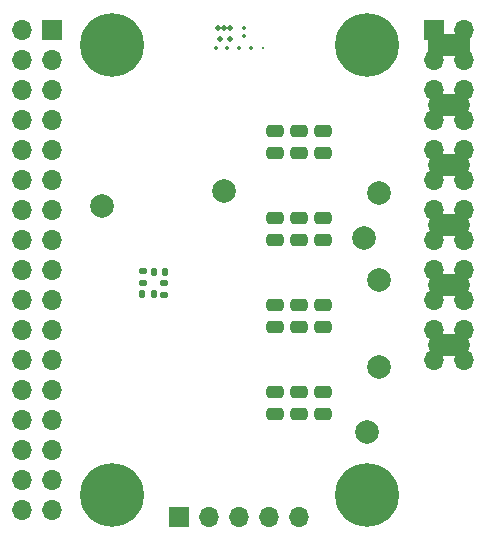
<source format=gbr>
%TF.GenerationSoftware,KiCad,Pcbnew,(7.0.0)*%
%TF.CreationDate,2023-11-18T15:32:54-05:00*%
%TF.ProjectId,ECE4760 Motor Driver,45434534-3736-4302-904d-6f746f722044,0*%
%TF.SameCoordinates,Original*%
%TF.FileFunction,Soldermask,Bot*%
%TF.FilePolarity,Negative*%
%FSLAX46Y46*%
G04 Gerber Fmt 4.6, Leading zero omitted, Abs format (unit mm)*
G04 Created by KiCad (PCBNEW (7.0.0)) date 2023-11-18 15:32:54*
%MOMM*%
%LPD*%
G01*
G04 APERTURE LIST*
G04 Aperture macros list*
%AMRoundRect*
0 Rectangle with rounded corners*
0 $1 Rounding radius*
0 $2 $3 $4 $5 $6 $7 $8 $9 X,Y pos of 4 corners*
0 Add a 4 corners polygon primitive as box body*
4,1,4,$2,$3,$4,$5,$6,$7,$8,$9,$2,$3,0*
0 Add four circle primitives for the rounded corners*
1,1,$1+$1,$2,$3*
1,1,$1+$1,$4,$5*
1,1,$1+$1,$6,$7*
1,1,$1+$1,$8,$9*
0 Add four rect primitives between the rounded corners*
20,1,$1+$1,$2,$3,$4,$5,0*
20,1,$1+$1,$4,$5,$6,$7,0*
20,1,$1+$1,$6,$7,$8,$9,0*
20,1,$1+$1,$8,$9,$2,$3,0*%
G04 Aperture macros list end*
%ADD10C,0.800000*%
%ADD11C,5.400000*%
%ADD12R,1.700000X1.700000*%
%ADD13O,1.700000X1.700000*%
%ADD14RoundRect,0.250000X-1.550000X0.650000X-1.550000X-0.650000X1.550000X-0.650000X1.550000X0.650000X0*%
%ADD15O,3.600000X1.800000*%
%ADD16C,0.350000*%
%ADD17C,0.499999*%
%ADD18C,0.300000*%
%ADD19RoundRect,0.250000X-0.475000X0.250000X-0.475000X-0.250000X0.475000X-0.250000X0.475000X0.250000X0*%
%ADD20RoundRect,0.140000X0.170000X-0.140000X0.170000X0.140000X-0.170000X0.140000X-0.170000X-0.140000X0*%
%ADD21RoundRect,0.140000X0.140000X0.170000X-0.140000X0.170000X-0.140000X-0.170000X0.140000X-0.170000X0*%
%ADD22C,2.000000*%
%ADD23RoundRect,0.140000X-0.140000X-0.170000X0.140000X-0.170000X0.140000X0.170000X-0.140000X0.170000X0*%
%ADD24RoundRect,0.140000X-0.170000X0.140000X-0.170000X-0.140000X0.170000X-0.140000X0.170000X0.140000X0*%
G04 APERTURE END LIST*
D10*
%TO.C,H2*%
X83700000Y-43815000D03*
X84293109Y-42383109D03*
X84293109Y-45246891D03*
X85725000Y-41790000D03*
D11*
X85725000Y-43815000D03*
D10*
X85725000Y-45840000D03*
X87156891Y-42383109D03*
X87156891Y-45246891D03*
X87750000Y-43815000D03*
%TD*%
%TO.C,H1*%
X105290000Y-43815000D03*
X105883109Y-42383109D03*
X105883109Y-45246891D03*
X107315000Y-41790000D03*
D11*
X107315000Y-43815000D03*
D10*
X107315000Y-45840000D03*
X108746891Y-42383109D03*
X108746891Y-45246891D03*
X109340000Y-43815000D03*
%TD*%
D12*
%TO.C,J1*%
X80644999Y-42544999D03*
D13*
X78104999Y-42544999D03*
X80644999Y-45084999D03*
X78104999Y-45084999D03*
X80644999Y-47624999D03*
X78104999Y-47624999D03*
X80644999Y-50164999D03*
X78104999Y-50164999D03*
X80644999Y-52704999D03*
X78104999Y-52704999D03*
X80644999Y-55244999D03*
X78104999Y-55244999D03*
X80644999Y-57784999D03*
X78104999Y-57784999D03*
X80644999Y-60324999D03*
X78104999Y-60324999D03*
X80644999Y-62864999D03*
X78104999Y-62864999D03*
X80644999Y-65404999D03*
X78104999Y-65404999D03*
X80644999Y-67944999D03*
X78104999Y-67944999D03*
X80644999Y-70484999D03*
X78104999Y-70484999D03*
X80644999Y-73024999D03*
X78104999Y-73024999D03*
X80644999Y-75564999D03*
X78104999Y-75564999D03*
X80644999Y-78104999D03*
X78104999Y-78104999D03*
X80644999Y-80644999D03*
X78104999Y-80644999D03*
X80644999Y-83184999D03*
X78104999Y-83184999D03*
%TD*%
D14*
%TO.C,J2*%
X114300000Y-43815000D03*
D15*
X114299999Y-48894999D03*
X114299999Y-53974999D03*
X114299999Y-59054999D03*
X114299999Y-64134999D03*
X114299999Y-69214999D03*
%TD*%
D16*
%TO.C,U7*%
X96950000Y-42370000D03*
X96950000Y-43050000D03*
D17*
X95750001Y-42370001D03*
X95250000Y-42370001D03*
X94750001Y-42370001D03*
X95710001Y-43319999D03*
X94890000Y-43319999D03*
D18*
X98530000Y-44100000D03*
D16*
X97530000Y-44100000D03*
X96530000Y-44100000D03*
X95530000Y-44100000D03*
X94530000Y-44100000D03*
%TD*%
D10*
%TO.C,H4*%
X83700000Y-81915000D03*
X84293109Y-80483109D03*
X84293109Y-83346891D03*
X85725000Y-79890000D03*
D11*
X85725000Y-81915000D03*
D10*
X85725000Y-83940000D03*
X87156891Y-80483109D03*
X87156891Y-83346891D03*
X87750000Y-81915000D03*
%TD*%
%TO.C,H3*%
X105290000Y-81915000D03*
X105883109Y-80483109D03*
X105883109Y-83346891D03*
X107315000Y-79890000D03*
D11*
X107315000Y-81915000D03*
D10*
X107315000Y-83940000D03*
X108746891Y-80483109D03*
X108746891Y-83346891D03*
X109340000Y-81915000D03*
%TD*%
D12*
%TO.C,J3*%
X91439999Y-83819999D03*
D13*
X93979999Y-83819999D03*
X96519999Y-83819999D03*
X99059999Y-83819999D03*
X101599999Y-83819999D03*
%TD*%
D19*
%TO.C,C14*%
X101600000Y-51120000D03*
X101600000Y-53020000D03*
%TD*%
%TO.C,C52*%
X99568000Y-73218000D03*
X99568000Y-75118000D03*
%TD*%
D20*
%TO.C,C82*%
X90200000Y-64980000D03*
X90200000Y-64020000D03*
%TD*%
D21*
%TO.C,C83*%
X90280000Y-63100000D03*
X89320000Y-63100000D03*
%TD*%
D19*
%TO.C,C40*%
X101600000Y-65852000D03*
X101600000Y-67752000D03*
%TD*%
%TO.C,C27*%
X101600000Y-58486000D03*
X101600000Y-60386000D03*
%TD*%
%TO.C,C13*%
X99568000Y-51120000D03*
X99568000Y-53020000D03*
%TD*%
%TO.C,C26*%
X99568000Y-58486000D03*
X99568000Y-60386000D03*
%TD*%
%TO.C,C41*%
X103632000Y-65852000D03*
X103632000Y-67752000D03*
%TD*%
%TO.C,C54*%
X103632000Y-73218000D03*
X103632000Y-75118000D03*
%TD*%
%TO.C,C28*%
X103632000Y-58486000D03*
X103632000Y-60386000D03*
%TD*%
%TO.C,C53*%
X101600000Y-73218000D03*
X101600000Y-75118000D03*
%TD*%
D22*
%TO.C,TP1*%
X84900000Y-57500000D03*
%TD*%
D23*
%TO.C,C81*%
X88320000Y-64900000D03*
X89280000Y-64900000D03*
%TD*%
D22*
%TO.C,TP2*%
X95200000Y-56200000D03*
%TD*%
%TO.C,TP4*%
X108331000Y-63754000D03*
%TD*%
%TO.C,TP7*%
X107061000Y-60198000D03*
%TD*%
D12*
%TO.C,J101*%
X113029999Y-42544999D03*
D13*
X115569999Y-42544999D03*
X113029999Y-45084999D03*
X115569999Y-45084999D03*
X113029999Y-47624999D03*
X115569999Y-47624999D03*
X113029999Y-50164999D03*
X115569999Y-50164999D03*
X113029999Y-52704999D03*
X115569999Y-52704999D03*
X113029999Y-55244999D03*
X115569999Y-55244999D03*
X113029999Y-57784999D03*
X115569999Y-57784999D03*
X113029999Y-60324999D03*
X115569999Y-60324999D03*
X113029999Y-62864999D03*
X115569999Y-62864999D03*
X113029999Y-65404999D03*
X115569999Y-65404999D03*
X113029999Y-67944999D03*
X115569999Y-67944999D03*
X113029999Y-70484999D03*
X115569999Y-70484999D03*
%TD*%
D24*
%TO.C,C84*%
X88400000Y-63020000D03*
X88400000Y-63980000D03*
%TD*%
D22*
%TO.C,TP5*%
X108331000Y-71120000D03*
%TD*%
%TO.C,TP3*%
X108331000Y-56388000D03*
%TD*%
D19*
%TO.C,C15*%
X103632000Y-51120000D03*
X103632000Y-53020000D03*
%TD*%
%TO.C,C39*%
X99568000Y-65852000D03*
X99568000Y-67752000D03*
%TD*%
D22*
%TO.C,TP6*%
X107315000Y-76581000D03*
%TD*%
M02*

</source>
